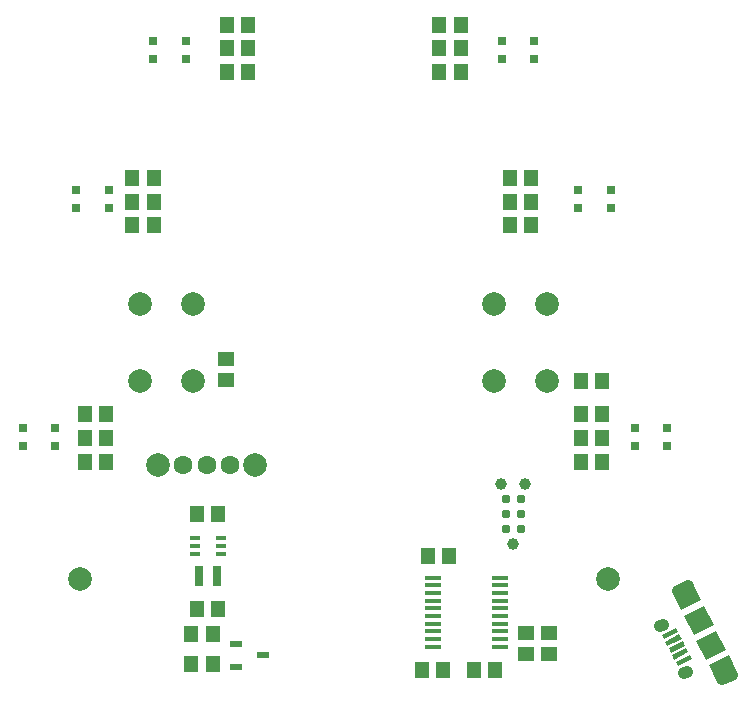
<source format=gts>
G04 #@! TF.FileFunction,Soldermask,Top*
%FSLAX46Y46*%
G04 Gerber Fmt 4.6, Leading zero omitted, Abs format (unit mm)*
G04 Created by KiCad (PCBNEW 4.0.0-rc1-stable) date 15/10/2016 23:52:11*
%MOMM*%
G01*
G04 APERTURE LIST*
%ADD10C,0.100000*%
%ADD11C,2.000000*%
%ADD12C,1.600000*%
%ADD13R,1.150000X1.450000*%
%ADD14R,1.450000X1.150000*%
%ADD15R,0.800000X1.700000*%
%ADD16C,1.000000*%
%ADD17R,0.950000X0.400000*%
%ADD18R,1.000000X0.600000*%
%ADD19C,0.787000*%
%ADD20C,1.000000*%
%ADD21R,1.350000X0.450000*%
%ADD22R,0.800000X0.800000*%
G04 APERTURE END LIST*
D10*
D11*
X139350000Y-114900000D03*
X94650000Y-114900000D03*
D12*
X105400000Y-105300000D03*
X103400000Y-105300000D03*
X107400000Y-105300000D03*
D11*
X109500000Y-105300000D03*
X101300000Y-105300000D03*
D13*
X123600000Y-122650000D03*
X125400000Y-122650000D03*
X138900000Y-98200000D03*
X137100000Y-98200000D03*
X108900000Y-68000000D03*
X107100000Y-68000000D03*
X129800000Y-122650000D03*
X128000000Y-122650000D03*
D14*
X107000000Y-96300000D03*
X107000000Y-98100000D03*
D13*
X104600000Y-109400000D03*
X106400000Y-109400000D03*
X104100000Y-122150000D03*
X105900000Y-122150000D03*
X105900000Y-119600000D03*
X104100000Y-119600000D03*
X104600000Y-117500000D03*
X106400000Y-117500000D03*
X124100000Y-113000000D03*
X125900000Y-113000000D03*
D14*
X134400000Y-119500000D03*
X134400000Y-121300000D03*
X132400000Y-121300000D03*
X132400000Y-119500000D03*
D15*
X106250000Y-114700000D03*
X104750000Y-114700000D03*
D10*
G36*
X145901243Y-120574349D02*
X144694135Y-121178824D01*
X144515031Y-120821163D01*
X145722139Y-120216688D01*
X145901243Y-120574349D01*
X145901243Y-120574349D01*
G37*
G36*
X145610200Y-119993148D02*
X144403092Y-120597623D01*
X144223988Y-120239962D01*
X145431096Y-119635487D01*
X145610200Y-119993148D01*
X145610200Y-119993148D01*
G37*
G36*
X146192287Y-121155549D02*
X144985179Y-121760024D01*
X144806075Y-121402363D01*
X146013183Y-120797888D01*
X146192287Y-121155549D01*
X146192287Y-121155549D01*
G37*
G36*
X146483330Y-121736749D02*
X145276222Y-122341224D01*
X145097118Y-121983563D01*
X146304226Y-121379088D01*
X146483330Y-121736749D01*
X146483330Y-121736749D01*
G37*
G36*
X145319157Y-119411948D02*
X144112049Y-120016423D01*
X143932945Y-119658762D01*
X145140053Y-119054287D01*
X145319157Y-119411948D01*
X145319157Y-119411948D01*
G37*
D16*
X143809504Y-118909754D02*
X144033042Y-118797814D01*
X145802032Y-122888740D02*
X146025570Y-122776800D01*
D10*
G36*
X148337507Y-118851091D02*
X146638614Y-119701833D01*
X145832647Y-118092355D01*
X147531540Y-117241613D01*
X148337507Y-118851091D01*
X148337507Y-118851091D01*
G37*
G36*
X149367353Y-120907645D02*
X147668460Y-121758387D01*
X146862493Y-120148909D01*
X148561386Y-119298167D01*
X149367353Y-120907645D01*
X149367353Y-120907645D01*
G37*
G36*
X147285273Y-116749828D02*
X145586380Y-117600571D01*
X144881159Y-116192278D01*
X146580052Y-115341535D01*
X147285273Y-116749828D01*
X147285273Y-116749828D01*
G37*
D16*
X145328237Y-115968398D02*
X146132975Y-115565414D01*
D10*
G36*
X150318841Y-122807722D02*
X148619948Y-123658465D01*
X147914727Y-122250172D01*
X149613620Y-121399429D01*
X150318841Y-122807722D01*
X150318841Y-122807722D01*
G37*
D16*
X149067025Y-123434586D02*
X149871763Y-123031602D01*
D17*
X106600000Y-112800000D03*
X106600000Y-112150000D03*
X106600000Y-111500000D03*
X104400000Y-111500000D03*
X104400000Y-112150000D03*
X104400000Y-112800000D03*
D18*
X107850000Y-120450000D03*
X107850000Y-122350000D03*
X110150000Y-121400000D03*
D19*
X132000000Y-110670000D03*
X130730000Y-110670000D03*
X132000000Y-109400000D03*
X130730000Y-109400000D03*
X132000000Y-108130000D03*
X130730000Y-108130000D03*
D20*
X131365000Y-111940000D03*
X132381000Y-106860000D03*
X130349000Y-106860000D03*
D21*
X124525000Y-114825000D03*
X124525000Y-115475000D03*
X124525000Y-116125000D03*
X124525000Y-116775000D03*
X124525000Y-117425000D03*
X124525000Y-118075000D03*
X124525000Y-118725000D03*
X124525000Y-119375000D03*
X124525000Y-120025000D03*
X124525000Y-120675000D03*
X130275000Y-120675000D03*
X130275000Y-120025000D03*
X130275000Y-119375000D03*
X130275000Y-118725000D03*
X130275000Y-118075000D03*
X130275000Y-117425000D03*
X130275000Y-116775000D03*
X130275000Y-116125000D03*
X130275000Y-115475000D03*
X130275000Y-114825000D03*
D22*
X103625000Y-69400000D03*
X100875000Y-69400000D03*
X100875000Y-70900000D03*
X103625000Y-70900000D03*
X92575000Y-102150000D03*
X89825000Y-102150000D03*
X89825000Y-103650000D03*
X92575000Y-103650000D03*
X136875000Y-83500000D03*
X139625000Y-83500000D03*
X139625000Y-82000000D03*
X136875000Y-82000000D03*
X97125000Y-82000000D03*
X94375000Y-82000000D03*
X94375000Y-83500000D03*
X97125000Y-83500000D03*
X141625000Y-103650000D03*
X144375000Y-103650000D03*
X144375000Y-102150000D03*
X141625000Y-102150000D03*
X130375000Y-70900000D03*
X133125000Y-70900000D03*
X133125000Y-69400000D03*
X130375000Y-69400000D03*
D13*
X107100000Y-70000000D03*
X108900000Y-70000000D03*
X107100000Y-72000000D03*
X108900000Y-72000000D03*
X95100000Y-101000000D03*
X96900000Y-101000000D03*
X132900000Y-85000000D03*
X131100000Y-85000000D03*
X95100000Y-103000000D03*
X96900000Y-103000000D03*
X132900000Y-83000000D03*
X131100000Y-83000000D03*
X95100000Y-105000000D03*
X96900000Y-105000000D03*
X132900000Y-81000000D03*
X131100000Y-81000000D03*
X99100000Y-81000000D03*
X100900000Y-81000000D03*
X99100000Y-83000000D03*
X100900000Y-83000000D03*
X99100000Y-85000000D03*
X100900000Y-85000000D03*
X138900000Y-105000000D03*
X137100000Y-105000000D03*
X126900000Y-72000000D03*
X125100000Y-72000000D03*
X138900000Y-103000000D03*
X137100000Y-103000000D03*
X126900000Y-70000000D03*
X125100000Y-70000000D03*
X138900000Y-101000000D03*
X137100000Y-101000000D03*
X126900000Y-68000000D03*
X125100000Y-68000000D03*
D11*
X99750000Y-91650000D03*
X104250000Y-91650000D03*
X104250000Y-98150000D03*
X99750000Y-98150000D03*
X129750000Y-91650000D03*
X134250000Y-91650000D03*
X134250000Y-98150000D03*
X129750000Y-98150000D03*
M02*

</source>
